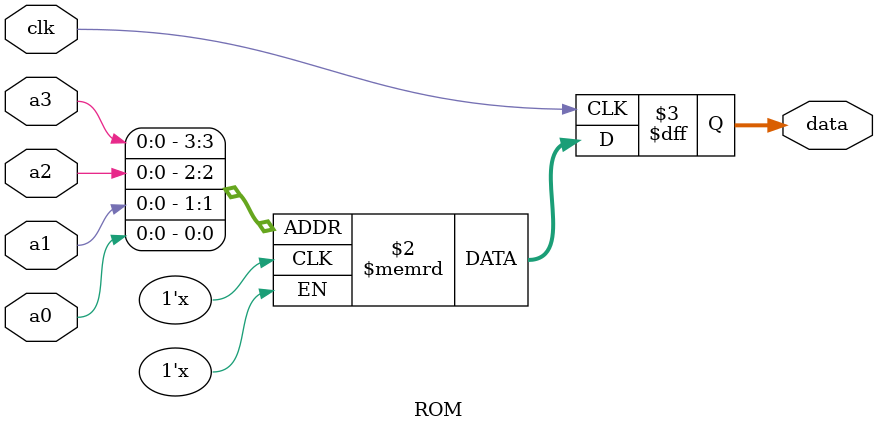
<source format=v>
module ROM (clk, a0, a1, a2, a3, data);

  parameter DataWidth = 32;
  parameter MemDepth = 16;

  input  clk;
  input  a0, a1, a2, a3;
  output [DataWidth - 1:0] data;

  reg [DataWidth - 1:0] data;
  reg [DataWidth - 1:0] mem [0 : MemDepth-1];

  always @ (posedge clk) begin
    data <= mem[{a3, a2, a1, a0}];
  end

endmodule

</source>
